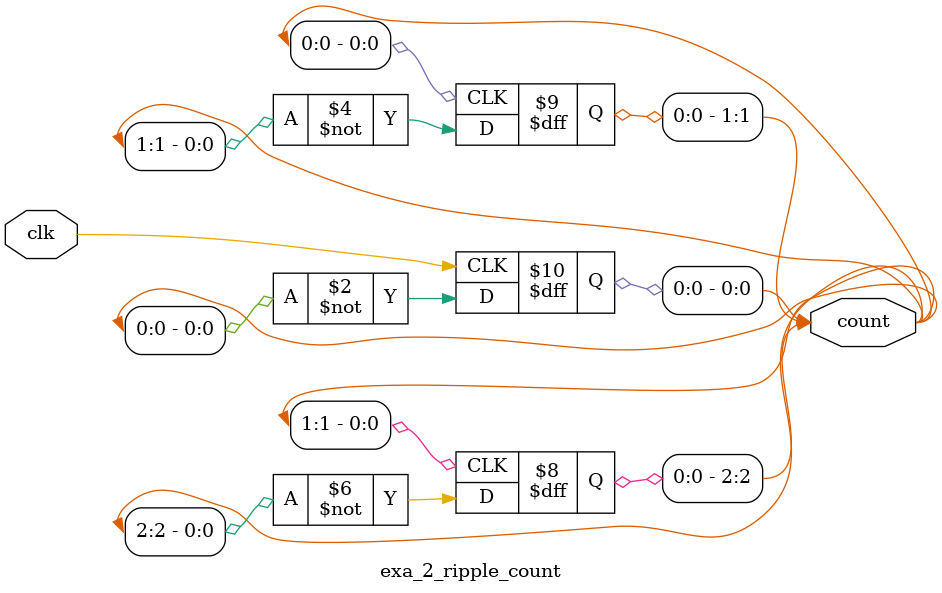
<source format=v>
`timescale 1ns / 1ps

module exa_2_ripple_count( clk, count ); 
    input clk; 
    output [2:0] count; 
    reg [2:0] count; 
    wire clk; 
    initial 
    count = 3'b0; 
    always @( negedge clk ) 
    count[0] <= ~count[0]; 
    always @( negedge count[0] ) 
    count[1] <= ~count[1]; 
    always @( negedge count[1] ) 
    count[2] <= ~count[2]; 
endmodule 
</source>
